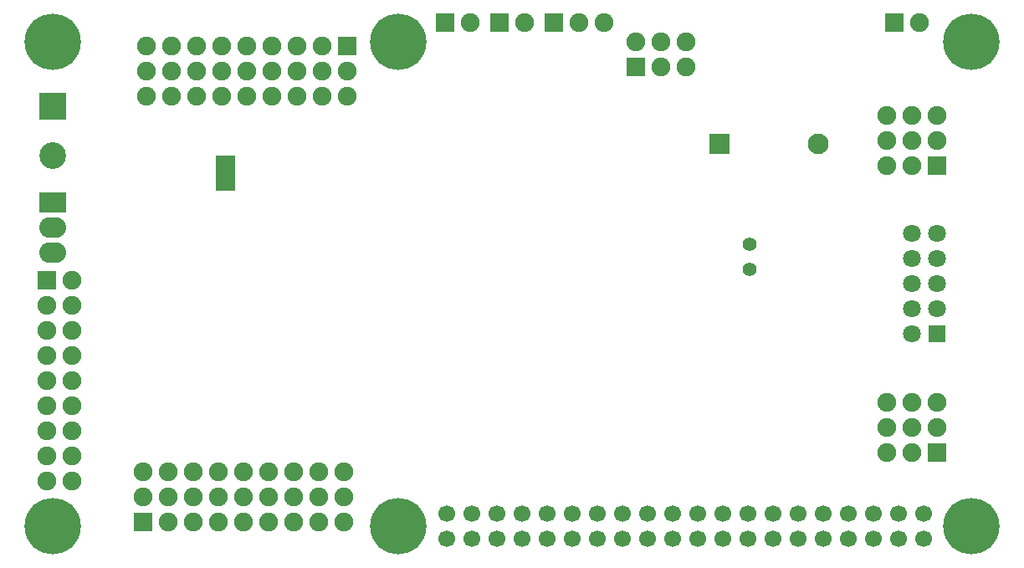
<source format=gbs>
G04 DipTrace 2.4.0.2*
%INBottomMask.gbr*%
%MOIN*%
%ADD23R,0.0748X0.0748*%
%ADD24C,0.0748*%
%ADD31C,0.0669*%
%ADD60C,0.0559*%
%ADD70C,0.2244*%
%ADD75C,0.2244*%
%ADD81O,0.1063X0.0827*%
%ADD83R,0.1063X0.0827*%
%ADD85C,0.0709*%
%ADD87R,0.0709X0.0709*%
%ADD89C,0.1063*%
%ADD91R,0.1063X0.1063*%
%ADD104C,0.0827*%
%ADD105R,0.0827X0.0827*%
%FSLAX44Y44*%
G04*
G70*
G90*
G75*
G01*
%LNBotMask*%
%LPD*%
D105*
X31873Y20544D3*
D104*
X35810D3*
D23*
X17055Y24441D3*
D24*
Y23441D3*
X16055Y24441D3*
Y23441D3*
X15055Y24441D3*
Y23441D3*
X14055Y24441D3*
Y23441D3*
X13055Y24441D3*
Y23441D3*
X12055Y24441D3*
Y23441D3*
X11055Y24441D3*
Y23441D3*
X10055Y24441D3*
Y23441D3*
X9055Y24441D3*
Y23441D3*
X17055Y22441D3*
X16055D3*
X15055D3*
X14055D3*
X13055D3*
X12055D3*
X11055D3*
X10055D3*
X9055D3*
D23*
X8929Y5480D3*
D24*
Y6480D3*
X9929Y5480D3*
Y6480D3*
X10929Y5480D3*
Y6480D3*
X11929Y5480D3*
Y6480D3*
X12929Y5480D3*
Y6480D3*
X13929Y5480D3*
Y6480D3*
X14929Y5480D3*
Y6480D3*
X15929Y5480D3*
Y6480D3*
X16929Y5480D3*
Y6480D3*
X8929Y7480D3*
X9929D3*
X10929D3*
X11929D3*
X12929D3*
X13929D3*
X14929D3*
X15929D3*
X16929D3*
D23*
X40551Y19685D3*
D24*
X39551D3*
X40551Y20685D3*
X39551D3*
X40551Y21685D3*
X39551D3*
X38551Y19685D3*
Y20685D3*
Y21685D3*
D23*
X40551Y8268D3*
D24*
X39551D3*
X40551Y9268D3*
X39551D3*
X40551Y10268D3*
X39551D3*
X38551Y8268D3*
Y9268D3*
Y10268D3*
D91*
X5315Y22047D3*
D89*
Y20079D3*
D87*
X40551Y12992D3*
D85*
X39551D3*
X40551Y13992D3*
X39551D3*
X40551Y14992D3*
X39551D3*
X40551Y15992D3*
X39551D3*
X40551Y16992D3*
X39551D3*
D23*
X5079Y15110D3*
D24*
X6079D3*
X5079Y14110D3*
X6079D3*
X5079Y13110D3*
X6079D3*
X5079Y12110D3*
X6079D3*
X5079Y11110D3*
X6079D3*
X5079Y10110D3*
X6079D3*
X5079Y9110D3*
X6079D3*
X5079Y8110D3*
X6079D3*
X5079Y7110D3*
X6079D3*
D23*
X23122Y25394D3*
D24*
X24122D3*
D23*
X28543Y23622D3*
D24*
Y24622D3*
X29543Y23622D3*
Y24622D3*
X30543Y23622D3*
Y24622D3*
D83*
X5329Y18235D3*
D81*
Y17235D3*
Y16235D3*
D23*
X20957Y25394D3*
D24*
X21957D3*
D23*
X38870D3*
D24*
X39870D3*
D23*
X25280D3*
D24*
X26280D3*
X27280D3*
D75*
X5315Y5315D3*
Y24606D3*
D31*
X40012Y5817D3*
X39012D3*
X38012D3*
X37012D3*
X36012D3*
X35012D3*
X34012D3*
X33012D3*
X32012D3*
X31012D3*
X30012D3*
X29012D3*
X28012D3*
X27012D3*
X26012D3*
X25012D3*
X24012D3*
X23012D3*
X22012D3*
X21012D3*
Y4817D3*
X22012D3*
X23012D3*
X24012D3*
X25012D3*
X26012D3*
X27012D3*
X28012D3*
X29012D3*
X30012D3*
X31012D3*
X32012D3*
X33012D3*
X34012D3*
X35012D3*
X36012D3*
X37012D3*
X38012D3*
X39012D3*
X40012D3*
D70*
X41930Y5317D3*
Y24608D3*
X19095Y5317D3*
Y24608D3*
D60*
X33079Y15548D3*
Y16548D3*
G36*
X11811Y20079D2*
X12598D1*
Y18701D1*
X11811D1*
Y20079D1*
G37*
M02*

</source>
